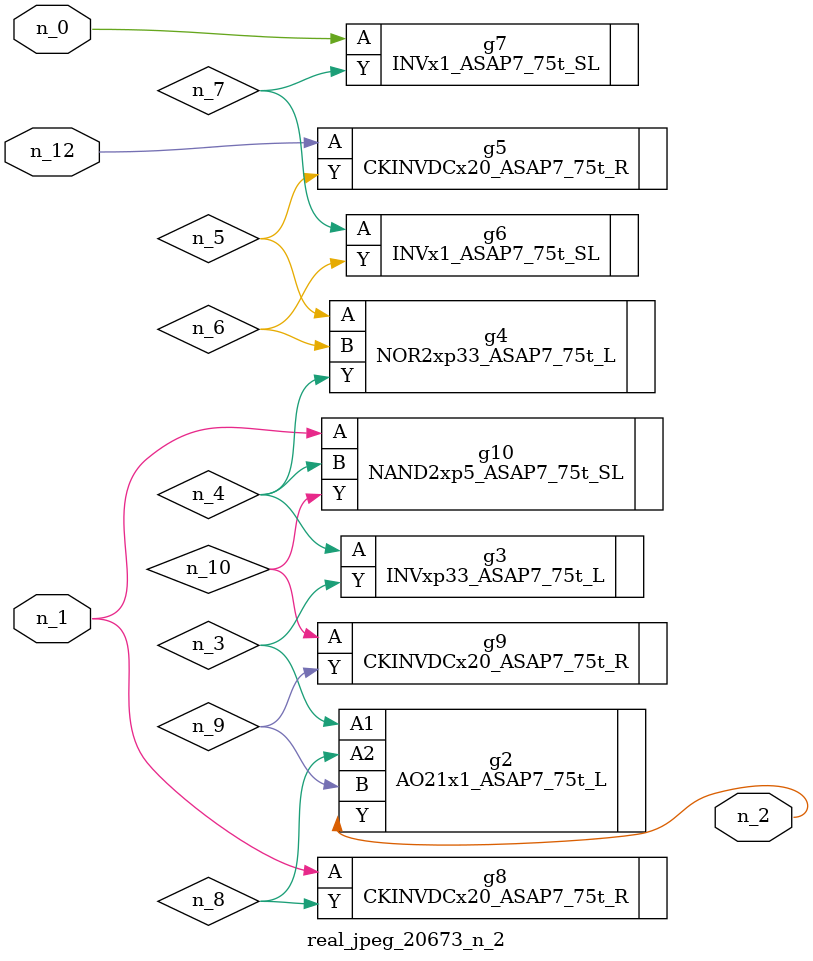
<source format=v>
module real_jpeg_20673_n_2 (n_12, n_1, n_0, n_2);

input n_12;
input n_1;
input n_0;

output n_2;

wire n_5;
wire n_8;
wire n_4;
wire n_6;
wire n_7;
wire n_3;
wire n_10;
wire n_9;

INVx1_ASAP7_75t_SL g7 ( 
.A(n_0),
.Y(n_7)
);

CKINVDCx20_ASAP7_75t_R g8 ( 
.A(n_1),
.Y(n_8)
);

NAND2xp5_ASAP7_75t_SL g10 ( 
.A(n_1),
.B(n_4),
.Y(n_10)
);

AO21x1_ASAP7_75t_L g2 ( 
.A1(n_3),
.A2(n_8),
.B(n_9),
.Y(n_2)
);

INVxp33_ASAP7_75t_L g3 ( 
.A(n_4),
.Y(n_3)
);

NOR2xp33_ASAP7_75t_L g4 ( 
.A(n_5),
.B(n_6),
.Y(n_4)
);

INVx1_ASAP7_75t_SL g6 ( 
.A(n_7),
.Y(n_6)
);

CKINVDCx20_ASAP7_75t_R g9 ( 
.A(n_10),
.Y(n_9)
);

CKINVDCx20_ASAP7_75t_R g5 ( 
.A(n_12),
.Y(n_5)
);


endmodule
</source>
